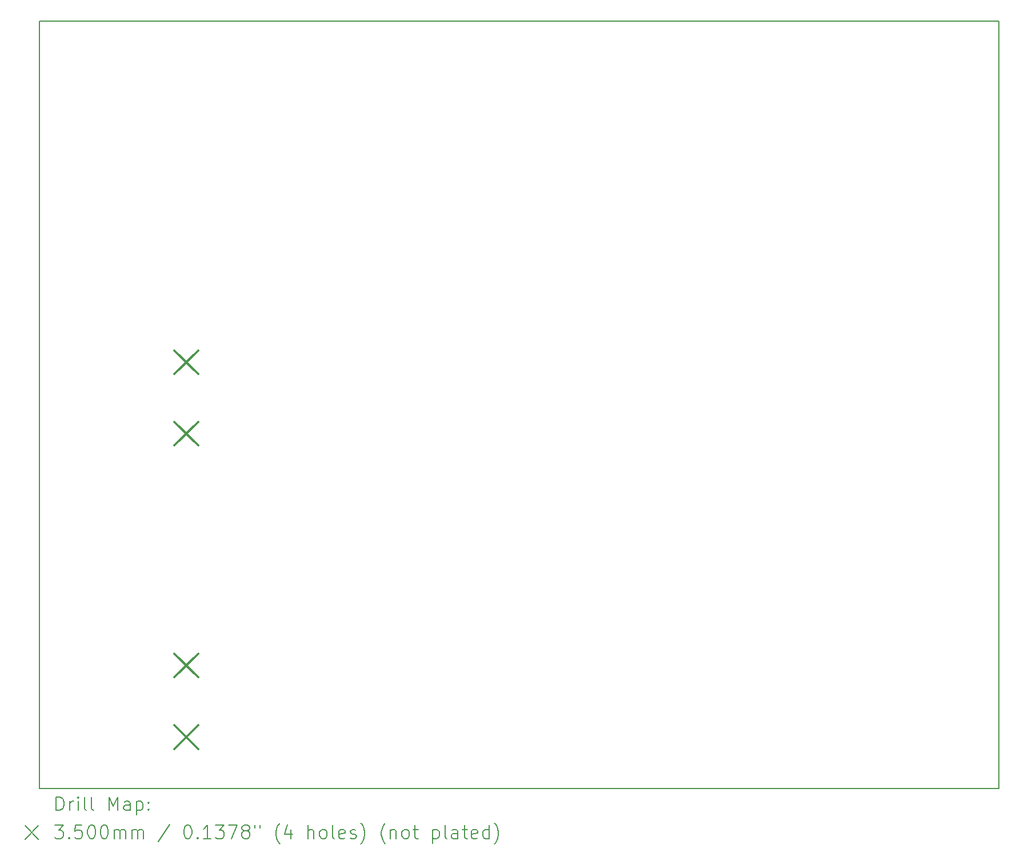
<source format=gbr>
%TF.GenerationSoftware,KiCad,Pcbnew,9.0.1*%
%TF.CreationDate,2025-07-18T15:32:59+03:00*%
%TF.ProjectId,AC-DC G__ kayna__,41432d44-4320-447f-9ce7-206b61796e61,rev?*%
%TF.SameCoordinates,Original*%
%TF.FileFunction,Drillmap*%
%TF.FilePolarity,Positive*%
%FSLAX45Y45*%
G04 Gerber Fmt 4.5, Leading zero omitted, Abs format (unit mm)*
G04 Created by KiCad (PCBNEW 9.0.1) date 2025-07-18 15:32:59*
%MOMM*%
%LPD*%
G01*
G04 APERTURE LIST*
%ADD10C,0.200000*%
%ADD11C,0.350000*%
G04 APERTURE END LIST*
D10*
X6160000Y-5240000D02*
X20380000Y-5240000D01*
X20380000Y-16620000D01*
X6160000Y-16620000D01*
X6160000Y-5240000D01*
D11*
X8162500Y-10125000D02*
X8512500Y-10475000D01*
X8512500Y-10125000D02*
X8162500Y-10475000D01*
X8162500Y-11179000D02*
X8512500Y-11529000D01*
X8512500Y-11179000D02*
X8162500Y-11529000D01*
X8162500Y-14620500D02*
X8512500Y-14970500D01*
X8512500Y-14620500D02*
X8162500Y-14970500D01*
X8162500Y-15680500D02*
X8512500Y-16030500D01*
X8512500Y-15680500D02*
X8162500Y-16030500D01*
D10*
X6410777Y-16941484D02*
X6410777Y-16741484D01*
X6410777Y-16741484D02*
X6458396Y-16741484D01*
X6458396Y-16741484D02*
X6486967Y-16751008D01*
X6486967Y-16751008D02*
X6506015Y-16770055D01*
X6506015Y-16770055D02*
X6515539Y-16789103D01*
X6515539Y-16789103D02*
X6525062Y-16827198D01*
X6525062Y-16827198D02*
X6525062Y-16855770D01*
X6525062Y-16855770D02*
X6515539Y-16893865D01*
X6515539Y-16893865D02*
X6506015Y-16912912D01*
X6506015Y-16912912D02*
X6486967Y-16931960D01*
X6486967Y-16931960D02*
X6458396Y-16941484D01*
X6458396Y-16941484D02*
X6410777Y-16941484D01*
X6610777Y-16941484D02*
X6610777Y-16808150D01*
X6610777Y-16846246D02*
X6620301Y-16827198D01*
X6620301Y-16827198D02*
X6629824Y-16817674D01*
X6629824Y-16817674D02*
X6648872Y-16808150D01*
X6648872Y-16808150D02*
X6667920Y-16808150D01*
X6734586Y-16941484D02*
X6734586Y-16808150D01*
X6734586Y-16741484D02*
X6725062Y-16751008D01*
X6725062Y-16751008D02*
X6734586Y-16760531D01*
X6734586Y-16760531D02*
X6744110Y-16751008D01*
X6744110Y-16751008D02*
X6734586Y-16741484D01*
X6734586Y-16741484D02*
X6734586Y-16760531D01*
X6858396Y-16941484D02*
X6839348Y-16931960D01*
X6839348Y-16931960D02*
X6829824Y-16912912D01*
X6829824Y-16912912D02*
X6829824Y-16741484D01*
X6963158Y-16941484D02*
X6944110Y-16931960D01*
X6944110Y-16931960D02*
X6934586Y-16912912D01*
X6934586Y-16912912D02*
X6934586Y-16741484D01*
X7191729Y-16941484D02*
X7191729Y-16741484D01*
X7191729Y-16741484D02*
X7258396Y-16884341D01*
X7258396Y-16884341D02*
X7325062Y-16741484D01*
X7325062Y-16741484D02*
X7325062Y-16941484D01*
X7506015Y-16941484D02*
X7506015Y-16836722D01*
X7506015Y-16836722D02*
X7496491Y-16817674D01*
X7496491Y-16817674D02*
X7477443Y-16808150D01*
X7477443Y-16808150D02*
X7439348Y-16808150D01*
X7439348Y-16808150D02*
X7420301Y-16817674D01*
X7506015Y-16931960D02*
X7486967Y-16941484D01*
X7486967Y-16941484D02*
X7439348Y-16941484D01*
X7439348Y-16941484D02*
X7420301Y-16931960D01*
X7420301Y-16931960D02*
X7410777Y-16912912D01*
X7410777Y-16912912D02*
X7410777Y-16893865D01*
X7410777Y-16893865D02*
X7420301Y-16874817D01*
X7420301Y-16874817D02*
X7439348Y-16865293D01*
X7439348Y-16865293D02*
X7486967Y-16865293D01*
X7486967Y-16865293D02*
X7506015Y-16855770D01*
X7601253Y-16808150D02*
X7601253Y-17008150D01*
X7601253Y-16817674D02*
X7620301Y-16808150D01*
X7620301Y-16808150D02*
X7658396Y-16808150D01*
X7658396Y-16808150D02*
X7677443Y-16817674D01*
X7677443Y-16817674D02*
X7686967Y-16827198D01*
X7686967Y-16827198D02*
X7696491Y-16846246D01*
X7696491Y-16846246D02*
X7696491Y-16903389D01*
X7696491Y-16903389D02*
X7686967Y-16922436D01*
X7686967Y-16922436D02*
X7677443Y-16931960D01*
X7677443Y-16931960D02*
X7658396Y-16941484D01*
X7658396Y-16941484D02*
X7620301Y-16941484D01*
X7620301Y-16941484D02*
X7601253Y-16931960D01*
X7782205Y-16922436D02*
X7791729Y-16931960D01*
X7791729Y-16931960D02*
X7782205Y-16941484D01*
X7782205Y-16941484D02*
X7772682Y-16931960D01*
X7772682Y-16931960D02*
X7782205Y-16922436D01*
X7782205Y-16922436D02*
X7782205Y-16941484D01*
X7782205Y-16817674D02*
X7791729Y-16827198D01*
X7791729Y-16827198D02*
X7782205Y-16836722D01*
X7782205Y-16836722D02*
X7772682Y-16827198D01*
X7772682Y-16827198D02*
X7782205Y-16817674D01*
X7782205Y-16817674D02*
X7782205Y-16836722D01*
X5950000Y-17170000D02*
X6150000Y-17370000D01*
X6150000Y-17170000D02*
X5950000Y-17370000D01*
X6391729Y-17161484D02*
X6515539Y-17161484D01*
X6515539Y-17161484D02*
X6448872Y-17237674D01*
X6448872Y-17237674D02*
X6477443Y-17237674D01*
X6477443Y-17237674D02*
X6496491Y-17247198D01*
X6496491Y-17247198D02*
X6506015Y-17256722D01*
X6506015Y-17256722D02*
X6515539Y-17275770D01*
X6515539Y-17275770D02*
X6515539Y-17323389D01*
X6515539Y-17323389D02*
X6506015Y-17342436D01*
X6506015Y-17342436D02*
X6496491Y-17351960D01*
X6496491Y-17351960D02*
X6477443Y-17361484D01*
X6477443Y-17361484D02*
X6420301Y-17361484D01*
X6420301Y-17361484D02*
X6401253Y-17351960D01*
X6401253Y-17351960D02*
X6391729Y-17342436D01*
X6601253Y-17342436D02*
X6610777Y-17351960D01*
X6610777Y-17351960D02*
X6601253Y-17361484D01*
X6601253Y-17361484D02*
X6591729Y-17351960D01*
X6591729Y-17351960D02*
X6601253Y-17342436D01*
X6601253Y-17342436D02*
X6601253Y-17361484D01*
X6791729Y-17161484D02*
X6696491Y-17161484D01*
X6696491Y-17161484D02*
X6686967Y-17256722D01*
X6686967Y-17256722D02*
X6696491Y-17247198D01*
X6696491Y-17247198D02*
X6715539Y-17237674D01*
X6715539Y-17237674D02*
X6763158Y-17237674D01*
X6763158Y-17237674D02*
X6782205Y-17247198D01*
X6782205Y-17247198D02*
X6791729Y-17256722D01*
X6791729Y-17256722D02*
X6801253Y-17275770D01*
X6801253Y-17275770D02*
X6801253Y-17323389D01*
X6801253Y-17323389D02*
X6791729Y-17342436D01*
X6791729Y-17342436D02*
X6782205Y-17351960D01*
X6782205Y-17351960D02*
X6763158Y-17361484D01*
X6763158Y-17361484D02*
X6715539Y-17361484D01*
X6715539Y-17361484D02*
X6696491Y-17351960D01*
X6696491Y-17351960D02*
X6686967Y-17342436D01*
X6925062Y-17161484D02*
X6944110Y-17161484D01*
X6944110Y-17161484D02*
X6963158Y-17171008D01*
X6963158Y-17171008D02*
X6972682Y-17180531D01*
X6972682Y-17180531D02*
X6982205Y-17199579D01*
X6982205Y-17199579D02*
X6991729Y-17237674D01*
X6991729Y-17237674D02*
X6991729Y-17285293D01*
X6991729Y-17285293D02*
X6982205Y-17323389D01*
X6982205Y-17323389D02*
X6972682Y-17342436D01*
X6972682Y-17342436D02*
X6963158Y-17351960D01*
X6963158Y-17351960D02*
X6944110Y-17361484D01*
X6944110Y-17361484D02*
X6925062Y-17361484D01*
X6925062Y-17361484D02*
X6906015Y-17351960D01*
X6906015Y-17351960D02*
X6896491Y-17342436D01*
X6896491Y-17342436D02*
X6886967Y-17323389D01*
X6886967Y-17323389D02*
X6877443Y-17285293D01*
X6877443Y-17285293D02*
X6877443Y-17237674D01*
X6877443Y-17237674D02*
X6886967Y-17199579D01*
X6886967Y-17199579D02*
X6896491Y-17180531D01*
X6896491Y-17180531D02*
X6906015Y-17171008D01*
X6906015Y-17171008D02*
X6925062Y-17161484D01*
X7115539Y-17161484D02*
X7134586Y-17161484D01*
X7134586Y-17161484D02*
X7153634Y-17171008D01*
X7153634Y-17171008D02*
X7163158Y-17180531D01*
X7163158Y-17180531D02*
X7172682Y-17199579D01*
X7172682Y-17199579D02*
X7182205Y-17237674D01*
X7182205Y-17237674D02*
X7182205Y-17285293D01*
X7182205Y-17285293D02*
X7172682Y-17323389D01*
X7172682Y-17323389D02*
X7163158Y-17342436D01*
X7163158Y-17342436D02*
X7153634Y-17351960D01*
X7153634Y-17351960D02*
X7134586Y-17361484D01*
X7134586Y-17361484D02*
X7115539Y-17361484D01*
X7115539Y-17361484D02*
X7096491Y-17351960D01*
X7096491Y-17351960D02*
X7086967Y-17342436D01*
X7086967Y-17342436D02*
X7077443Y-17323389D01*
X7077443Y-17323389D02*
X7067920Y-17285293D01*
X7067920Y-17285293D02*
X7067920Y-17237674D01*
X7067920Y-17237674D02*
X7077443Y-17199579D01*
X7077443Y-17199579D02*
X7086967Y-17180531D01*
X7086967Y-17180531D02*
X7096491Y-17171008D01*
X7096491Y-17171008D02*
X7115539Y-17161484D01*
X7267920Y-17361484D02*
X7267920Y-17228150D01*
X7267920Y-17247198D02*
X7277443Y-17237674D01*
X7277443Y-17237674D02*
X7296491Y-17228150D01*
X7296491Y-17228150D02*
X7325063Y-17228150D01*
X7325063Y-17228150D02*
X7344110Y-17237674D01*
X7344110Y-17237674D02*
X7353634Y-17256722D01*
X7353634Y-17256722D02*
X7353634Y-17361484D01*
X7353634Y-17256722D02*
X7363158Y-17237674D01*
X7363158Y-17237674D02*
X7382205Y-17228150D01*
X7382205Y-17228150D02*
X7410777Y-17228150D01*
X7410777Y-17228150D02*
X7429824Y-17237674D01*
X7429824Y-17237674D02*
X7439348Y-17256722D01*
X7439348Y-17256722D02*
X7439348Y-17361484D01*
X7534586Y-17361484D02*
X7534586Y-17228150D01*
X7534586Y-17247198D02*
X7544110Y-17237674D01*
X7544110Y-17237674D02*
X7563158Y-17228150D01*
X7563158Y-17228150D02*
X7591729Y-17228150D01*
X7591729Y-17228150D02*
X7610777Y-17237674D01*
X7610777Y-17237674D02*
X7620301Y-17256722D01*
X7620301Y-17256722D02*
X7620301Y-17361484D01*
X7620301Y-17256722D02*
X7629824Y-17237674D01*
X7629824Y-17237674D02*
X7648872Y-17228150D01*
X7648872Y-17228150D02*
X7677443Y-17228150D01*
X7677443Y-17228150D02*
X7696491Y-17237674D01*
X7696491Y-17237674D02*
X7706015Y-17256722D01*
X7706015Y-17256722D02*
X7706015Y-17361484D01*
X8096491Y-17151960D02*
X7925063Y-17409103D01*
X8353634Y-17161484D02*
X8372682Y-17161484D01*
X8372682Y-17161484D02*
X8391729Y-17171008D01*
X8391729Y-17171008D02*
X8401253Y-17180531D01*
X8401253Y-17180531D02*
X8410777Y-17199579D01*
X8410777Y-17199579D02*
X8420301Y-17237674D01*
X8420301Y-17237674D02*
X8420301Y-17285293D01*
X8420301Y-17285293D02*
X8410777Y-17323389D01*
X8410777Y-17323389D02*
X8401253Y-17342436D01*
X8401253Y-17342436D02*
X8391729Y-17351960D01*
X8391729Y-17351960D02*
X8372682Y-17361484D01*
X8372682Y-17361484D02*
X8353634Y-17361484D01*
X8353634Y-17361484D02*
X8334586Y-17351960D01*
X8334586Y-17351960D02*
X8325063Y-17342436D01*
X8325063Y-17342436D02*
X8315539Y-17323389D01*
X8315539Y-17323389D02*
X8306015Y-17285293D01*
X8306015Y-17285293D02*
X8306015Y-17237674D01*
X8306015Y-17237674D02*
X8315539Y-17199579D01*
X8315539Y-17199579D02*
X8325063Y-17180531D01*
X8325063Y-17180531D02*
X8334586Y-17171008D01*
X8334586Y-17171008D02*
X8353634Y-17161484D01*
X8506015Y-17342436D02*
X8515539Y-17351960D01*
X8515539Y-17351960D02*
X8506015Y-17361484D01*
X8506015Y-17361484D02*
X8496491Y-17351960D01*
X8496491Y-17351960D02*
X8506015Y-17342436D01*
X8506015Y-17342436D02*
X8506015Y-17361484D01*
X8706015Y-17361484D02*
X8591729Y-17361484D01*
X8648872Y-17361484D02*
X8648872Y-17161484D01*
X8648872Y-17161484D02*
X8629825Y-17190055D01*
X8629825Y-17190055D02*
X8610777Y-17209103D01*
X8610777Y-17209103D02*
X8591729Y-17218627D01*
X8772682Y-17161484D02*
X8896491Y-17161484D01*
X8896491Y-17161484D02*
X8829825Y-17237674D01*
X8829825Y-17237674D02*
X8858396Y-17237674D01*
X8858396Y-17237674D02*
X8877444Y-17247198D01*
X8877444Y-17247198D02*
X8886968Y-17256722D01*
X8886968Y-17256722D02*
X8896491Y-17275770D01*
X8896491Y-17275770D02*
X8896491Y-17323389D01*
X8896491Y-17323389D02*
X8886968Y-17342436D01*
X8886968Y-17342436D02*
X8877444Y-17351960D01*
X8877444Y-17351960D02*
X8858396Y-17361484D01*
X8858396Y-17361484D02*
X8801253Y-17361484D01*
X8801253Y-17361484D02*
X8782206Y-17351960D01*
X8782206Y-17351960D02*
X8772682Y-17342436D01*
X8963158Y-17161484D02*
X9096491Y-17161484D01*
X9096491Y-17161484D02*
X9010777Y-17361484D01*
X9201253Y-17247198D02*
X9182206Y-17237674D01*
X9182206Y-17237674D02*
X9172682Y-17228150D01*
X9172682Y-17228150D02*
X9163158Y-17209103D01*
X9163158Y-17209103D02*
X9163158Y-17199579D01*
X9163158Y-17199579D02*
X9172682Y-17180531D01*
X9172682Y-17180531D02*
X9182206Y-17171008D01*
X9182206Y-17171008D02*
X9201253Y-17161484D01*
X9201253Y-17161484D02*
X9239349Y-17161484D01*
X9239349Y-17161484D02*
X9258396Y-17171008D01*
X9258396Y-17171008D02*
X9267920Y-17180531D01*
X9267920Y-17180531D02*
X9277444Y-17199579D01*
X9277444Y-17199579D02*
X9277444Y-17209103D01*
X9277444Y-17209103D02*
X9267920Y-17228150D01*
X9267920Y-17228150D02*
X9258396Y-17237674D01*
X9258396Y-17237674D02*
X9239349Y-17247198D01*
X9239349Y-17247198D02*
X9201253Y-17247198D01*
X9201253Y-17247198D02*
X9182206Y-17256722D01*
X9182206Y-17256722D02*
X9172682Y-17266246D01*
X9172682Y-17266246D02*
X9163158Y-17285293D01*
X9163158Y-17285293D02*
X9163158Y-17323389D01*
X9163158Y-17323389D02*
X9172682Y-17342436D01*
X9172682Y-17342436D02*
X9182206Y-17351960D01*
X9182206Y-17351960D02*
X9201253Y-17361484D01*
X9201253Y-17361484D02*
X9239349Y-17361484D01*
X9239349Y-17361484D02*
X9258396Y-17351960D01*
X9258396Y-17351960D02*
X9267920Y-17342436D01*
X9267920Y-17342436D02*
X9277444Y-17323389D01*
X9277444Y-17323389D02*
X9277444Y-17285293D01*
X9277444Y-17285293D02*
X9267920Y-17266246D01*
X9267920Y-17266246D02*
X9258396Y-17256722D01*
X9258396Y-17256722D02*
X9239349Y-17247198D01*
X9353634Y-17161484D02*
X9353634Y-17199579D01*
X9429825Y-17161484D02*
X9429825Y-17199579D01*
X9725063Y-17437674D02*
X9715539Y-17428150D01*
X9715539Y-17428150D02*
X9696491Y-17399579D01*
X9696491Y-17399579D02*
X9686968Y-17380531D01*
X9686968Y-17380531D02*
X9677444Y-17351960D01*
X9677444Y-17351960D02*
X9667920Y-17304341D01*
X9667920Y-17304341D02*
X9667920Y-17266246D01*
X9667920Y-17266246D02*
X9677444Y-17218627D01*
X9677444Y-17218627D02*
X9686968Y-17190055D01*
X9686968Y-17190055D02*
X9696491Y-17171008D01*
X9696491Y-17171008D02*
X9715539Y-17142436D01*
X9715539Y-17142436D02*
X9725063Y-17132912D01*
X9886968Y-17228150D02*
X9886968Y-17361484D01*
X9839349Y-17151960D02*
X9791730Y-17294817D01*
X9791730Y-17294817D02*
X9915539Y-17294817D01*
X10144111Y-17361484D02*
X10144111Y-17161484D01*
X10229825Y-17361484D02*
X10229825Y-17256722D01*
X10229825Y-17256722D02*
X10220301Y-17237674D01*
X10220301Y-17237674D02*
X10201253Y-17228150D01*
X10201253Y-17228150D02*
X10172682Y-17228150D01*
X10172682Y-17228150D02*
X10153634Y-17237674D01*
X10153634Y-17237674D02*
X10144111Y-17247198D01*
X10353634Y-17361484D02*
X10334587Y-17351960D01*
X10334587Y-17351960D02*
X10325063Y-17342436D01*
X10325063Y-17342436D02*
X10315539Y-17323389D01*
X10315539Y-17323389D02*
X10315539Y-17266246D01*
X10315539Y-17266246D02*
X10325063Y-17247198D01*
X10325063Y-17247198D02*
X10334587Y-17237674D01*
X10334587Y-17237674D02*
X10353634Y-17228150D01*
X10353634Y-17228150D02*
X10382206Y-17228150D01*
X10382206Y-17228150D02*
X10401253Y-17237674D01*
X10401253Y-17237674D02*
X10410777Y-17247198D01*
X10410777Y-17247198D02*
X10420301Y-17266246D01*
X10420301Y-17266246D02*
X10420301Y-17323389D01*
X10420301Y-17323389D02*
X10410777Y-17342436D01*
X10410777Y-17342436D02*
X10401253Y-17351960D01*
X10401253Y-17351960D02*
X10382206Y-17361484D01*
X10382206Y-17361484D02*
X10353634Y-17361484D01*
X10534587Y-17361484D02*
X10515539Y-17351960D01*
X10515539Y-17351960D02*
X10506015Y-17332912D01*
X10506015Y-17332912D02*
X10506015Y-17161484D01*
X10686968Y-17351960D02*
X10667920Y-17361484D01*
X10667920Y-17361484D02*
X10629825Y-17361484D01*
X10629825Y-17361484D02*
X10610777Y-17351960D01*
X10610777Y-17351960D02*
X10601253Y-17332912D01*
X10601253Y-17332912D02*
X10601253Y-17256722D01*
X10601253Y-17256722D02*
X10610777Y-17237674D01*
X10610777Y-17237674D02*
X10629825Y-17228150D01*
X10629825Y-17228150D02*
X10667920Y-17228150D01*
X10667920Y-17228150D02*
X10686968Y-17237674D01*
X10686968Y-17237674D02*
X10696492Y-17256722D01*
X10696492Y-17256722D02*
X10696492Y-17275770D01*
X10696492Y-17275770D02*
X10601253Y-17294817D01*
X10772682Y-17351960D02*
X10791730Y-17361484D01*
X10791730Y-17361484D02*
X10829825Y-17361484D01*
X10829825Y-17361484D02*
X10848873Y-17351960D01*
X10848873Y-17351960D02*
X10858396Y-17332912D01*
X10858396Y-17332912D02*
X10858396Y-17323389D01*
X10858396Y-17323389D02*
X10848873Y-17304341D01*
X10848873Y-17304341D02*
X10829825Y-17294817D01*
X10829825Y-17294817D02*
X10801253Y-17294817D01*
X10801253Y-17294817D02*
X10782206Y-17285293D01*
X10782206Y-17285293D02*
X10772682Y-17266246D01*
X10772682Y-17266246D02*
X10772682Y-17256722D01*
X10772682Y-17256722D02*
X10782206Y-17237674D01*
X10782206Y-17237674D02*
X10801253Y-17228150D01*
X10801253Y-17228150D02*
X10829825Y-17228150D01*
X10829825Y-17228150D02*
X10848873Y-17237674D01*
X10925063Y-17437674D02*
X10934587Y-17428150D01*
X10934587Y-17428150D02*
X10953634Y-17399579D01*
X10953634Y-17399579D02*
X10963158Y-17380531D01*
X10963158Y-17380531D02*
X10972682Y-17351960D01*
X10972682Y-17351960D02*
X10982206Y-17304341D01*
X10982206Y-17304341D02*
X10982206Y-17266246D01*
X10982206Y-17266246D02*
X10972682Y-17218627D01*
X10972682Y-17218627D02*
X10963158Y-17190055D01*
X10963158Y-17190055D02*
X10953634Y-17171008D01*
X10953634Y-17171008D02*
X10934587Y-17142436D01*
X10934587Y-17142436D02*
X10925063Y-17132912D01*
X11286968Y-17437674D02*
X11277444Y-17428150D01*
X11277444Y-17428150D02*
X11258396Y-17399579D01*
X11258396Y-17399579D02*
X11248872Y-17380531D01*
X11248872Y-17380531D02*
X11239349Y-17351960D01*
X11239349Y-17351960D02*
X11229825Y-17304341D01*
X11229825Y-17304341D02*
X11229825Y-17266246D01*
X11229825Y-17266246D02*
X11239349Y-17218627D01*
X11239349Y-17218627D02*
X11248872Y-17190055D01*
X11248872Y-17190055D02*
X11258396Y-17171008D01*
X11258396Y-17171008D02*
X11277444Y-17142436D01*
X11277444Y-17142436D02*
X11286968Y-17132912D01*
X11363158Y-17228150D02*
X11363158Y-17361484D01*
X11363158Y-17247198D02*
X11372682Y-17237674D01*
X11372682Y-17237674D02*
X11391730Y-17228150D01*
X11391730Y-17228150D02*
X11420301Y-17228150D01*
X11420301Y-17228150D02*
X11439349Y-17237674D01*
X11439349Y-17237674D02*
X11448872Y-17256722D01*
X11448872Y-17256722D02*
X11448872Y-17361484D01*
X11572682Y-17361484D02*
X11553634Y-17351960D01*
X11553634Y-17351960D02*
X11544111Y-17342436D01*
X11544111Y-17342436D02*
X11534587Y-17323389D01*
X11534587Y-17323389D02*
X11534587Y-17266246D01*
X11534587Y-17266246D02*
X11544111Y-17247198D01*
X11544111Y-17247198D02*
X11553634Y-17237674D01*
X11553634Y-17237674D02*
X11572682Y-17228150D01*
X11572682Y-17228150D02*
X11601253Y-17228150D01*
X11601253Y-17228150D02*
X11620301Y-17237674D01*
X11620301Y-17237674D02*
X11629825Y-17247198D01*
X11629825Y-17247198D02*
X11639349Y-17266246D01*
X11639349Y-17266246D02*
X11639349Y-17323389D01*
X11639349Y-17323389D02*
X11629825Y-17342436D01*
X11629825Y-17342436D02*
X11620301Y-17351960D01*
X11620301Y-17351960D02*
X11601253Y-17361484D01*
X11601253Y-17361484D02*
X11572682Y-17361484D01*
X11696492Y-17228150D02*
X11772682Y-17228150D01*
X11725063Y-17161484D02*
X11725063Y-17332912D01*
X11725063Y-17332912D02*
X11734587Y-17351960D01*
X11734587Y-17351960D02*
X11753634Y-17361484D01*
X11753634Y-17361484D02*
X11772682Y-17361484D01*
X11991730Y-17228150D02*
X11991730Y-17428150D01*
X11991730Y-17237674D02*
X12010777Y-17228150D01*
X12010777Y-17228150D02*
X12048873Y-17228150D01*
X12048873Y-17228150D02*
X12067920Y-17237674D01*
X12067920Y-17237674D02*
X12077444Y-17247198D01*
X12077444Y-17247198D02*
X12086968Y-17266246D01*
X12086968Y-17266246D02*
X12086968Y-17323389D01*
X12086968Y-17323389D02*
X12077444Y-17342436D01*
X12077444Y-17342436D02*
X12067920Y-17351960D01*
X12067920Y-17351960D02*
X12048873Y-17361484D01*
X12048873Y-17361484D02*
X12010777Y-17361484D01*
X12010777Y-17361484D02*
X11991730Y-17351960D01*
X12201253Y-17361484D02*
X12182206Y-17351960D01*
X12182206Y-17351960D02*
X12172682Y-17332912D01*
X12172682Y-17332912D02*
X12172682Y-17161484D01*
X12363158Y-17361484D02*
X12363158Y-17256722D01*
X12363158Y-17256722D02*
X12353634Y-17237674D01*
X12353634Y-17237674D02*
X12334587Y-17228150D01*
X12334587Y-17228150D02*
X12296492Y-17228150D01*
X12296492Y-17228150D02*
X12277444Y-17237674D01*
X12363158Y-17351960D02*
X12344111Y-17361484D01*
X12344111Y-17361484D02*
X12296492Y-17361484D01*
X12296492Y-17361484D02*
X12277444Y-17351960D01*
X12277444Y-17351960D02*
X12267920Y-17332912D01*
X12267920Y-17332912D02*
X12267920Y-17313865D01*
X12267920Y-17313865D02*
X12277444Y-17294817D01*
X12277444Y-17294817D02*
X12296492Y-17285293D01*
X12296492Y-17285293D02*
X12344111Y-17285293D01*
X12344111Y-17285293D02*
X12363158Y-17275770D01*
X12429825Y-17228150D02*
X12506015Y-17228150D01*
X12458396Y-17161484D02*
X12458396Y-17332912D01*
X12458396Y-17332912D02*
X12467920Y-17351960D01*
X12467920Y-17351960D02*
X12486968Y-17361484D01*
X12486968Y-17361484D02*
X12506015Y-17361484D01*
X12648873Y-17351960D02*
X12629825Y-17361484D01*
X12629825Y-17361484D02*
X12591730Y-17361484D01*
X12591730Y-17361484D02*
X12572682Y-17351960D01*
X12572682Y-17351960D02*
X12563158Y-17332912D01*
X12563158Y-17332912D02*
X12563158Y-17256722D01*
X12563158Y-17256722D02*
X12572682Y-17237674D01*
X12572682Y-17237674D02*
X12591730Y-17228150D01*
X12591730Y-17228150D02*
X12629825Y-17228150D01*
X12629825Y-17228150D02*
X12648873Y-17237674D01*
X12648873Y-17237674D02*
X12658396Y-17256722D01*
X12658396Y-17256722D02*
X12658396Y-17275770D01*
X12658396Y-17275770D02*
X12563158Y-17294817D01*
X12829825Y-17361484D02*
X12829825Y-17161484D01*
X12829825Y-17351960D02*
X12810777Y-17361484D01*
X12810777Y-17361484D02*
X12772682Y-17361484D01*
X12772682Y-17361484D02*
X12753634Y-17351960D01*
X12753634Y-17351960D02*
X12744111Y-17342436D01*
X12744111Y-17342436D02*
X12734587Y-17323389D01*
X12734587Y-17323389D02*
X12734587Y-17266246D01*
X12734587Y-17266246D02*
X12744111Y-17247198D01*
X12744111Y-17247198D02*
X12753634Y-17237674D01*
X12753634Y-17237674D02*
X12772682Y-17228150D01*
X12772682Y-17228150D02*
X12810777Y-17228150D01*
X12810777Y-17228150D02*
X12829825Y-17237674D01*
X12906015Y-17437674D02*
X12915539Y-17428150D01*
X12915539Y-17428150D02*
X12934587Y-17399579D01*
X12934587Y-17399579D02*
X12944111Y-17380531D01*
X12944111Y-17380531D02*
X12953634Y-17351960D01*
X12953634Y-17351960D02*
X12963158Y-17304341D01*
X12963158Y-17304341D02*
X12963158Y-17266246D01*
X12963158Y-17266246D02*
X12953634Y-17218627D01*
X12953634Y-17218627D02*
X12944111Y-17190055D01*
X12944111Y-17190055D02*
X12934587Y-17171008D01*
X12934587Y-17171008D02*
X12915539Y-17142436D01*
X12915539Y-17142436D02*
X12906015Y-17132912D01*
M02*

</source>
